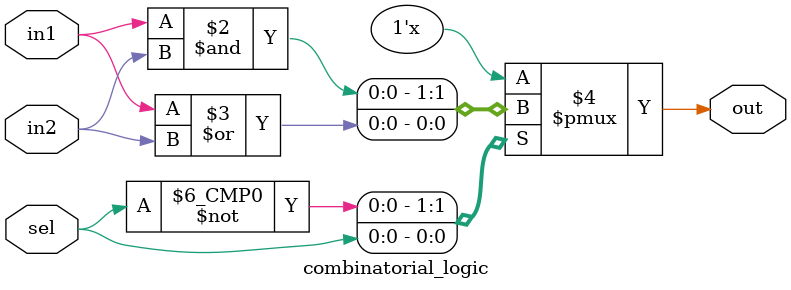
<source format=sv>
module combinatorial_logic (
    input  logic in1,
    input  logic in2,
    input  logic sel,
    output logic out
);
    // Combinatorial logic with mux
    always_comb begin
        case (sel)
            1'b0: out = in1 & in2;  // AND gate
            1'b1: out = in1 | in2;  // OR gate
        endcase
    end
endmodule

</source>
